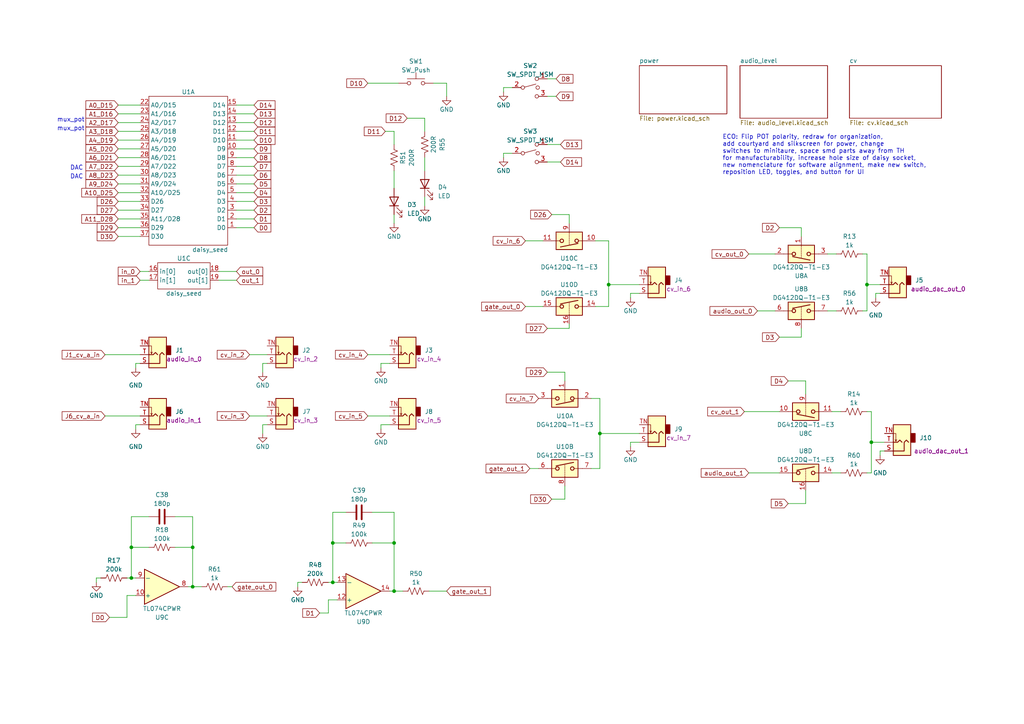
<source format=kicad_sch>
(kicad_sch (version 20230121) (generator eeschema)
  (paper "A4")
  (lib_symbols
    (symbol "Amplifier_Operational:TL074" (pin_names (offset 0.127))
      (property "Reference" "U" (at 0 5.08 0))
      (property "Value" "TL074" (at 0 -5.08 0))
      (symbol "TL074_1_1"
        (polyline (pts (xy -5.08 5.08) (xy 5.08 0) (xy -5.08 -5.08) (xy -5.08 5.08)) (stroke (width 0.254)) (fill (type background)))
        (pin output line (at 7.62 0 180) (length 2.54) (name "~") (number "1"))
        (pin input line (at -7.62 -2.54 0) (length 2.54) (name "-") (number "2"))
        (pin input line (at -7.62 2.54 0) (length 2.54) (name "+") (number "3"))
      )
      (symbol "TL074_2_1"
        (polyline (pts (xy -5.08 5.08) (xy 5.08 0) (xy -5.08 -5.08) (xy -5.08 5.08)) (stroke (width 0.254)) (fill (type background)))
        (pin input line (at -7.62 2.54 0) (length 2.54) (name "+") (number "5"))
        (pin input line (at -7.62 -2.54 0) (length 2.54) (name "-") (number "6"))
        (pin output line (at 7.62 0 180) (length 2.54) (name "~") (number "7"))
      )
      (symbol "TL074_3_1"
        (polyline (pts (xy -5.08 5.08) (xy 5.08 0) (xy -5.08 -5.08) (xy -5.08 5.08)) (stroke (width 0.254)) (fill (type background)))
        (pin input line (at -7.62 2.54 0) (length 2.54) (name "+") (number "10"))
        (pin output line (at 7.62 0 180) (length 2.54) (name "~") (number "8"))
        (pin input line (at -7.62 -2.54 0) (length 2.54) (name "-") (number "9"))
      )
      (symbol "TL074_4_1"
        (polyline (pts (xy -5.08 5.08) (xy 5.08 0) (xy -5.08 -5.08) (xy -5.08 5.08)) (stroke (width 0.254)) (fill (type background)))
        (pin input line (at -7.62 2.54 0) (length 2.54) (name "+") (number "12"))
        (pin input line (at -7.62 -2.54 0) (length 2.54) (name "-") (number "13"))
        (pin output line (at 7.62 0 180) (length 2.54) (name "~") (number "14"))
      )
      (symbol "TL074_5_1"
        (pin power_in line (at -2.54 -7.62 90) (length 3.81) (name "V-") (number "11"))
        (pin power_in line (at -2.54 7.62 270) (length 3.81) (name "V+") (number "4"))
      )
    )
    (symbol "Analog_Switch:DG412xUE" (pin_names (offset 0.254))
      (property "Reference" "U" (at -3.175 5.334 0))
      (property "Value" "DG412xUE" (at -3.175 3.556 0))
      (symbol "DG412xUE_1_1"
        (rectangle (start -3.81 2.54) (end 3.81 -2.54) (stroke (width 0.254)) (fill (type background)))
        (circle (center -2.159 0) (radius 0.508) (stroke (width 0.254)))
        (polyline (pts (xy -5.08 0) (xy -2.794 0)))
        (polyline (pts (xy -2.54 0.762) (xy 2.54 1.778)) (stroke (width 0.254)))
        (polyline (pts (xy 0 -2.54) (xy 0 -2.032)))
        (polyline (pts (xy 0 -1.778) (xy 0 -1.524)))
        (polyline (pts (xy 0 -1.27) (xy 0 -1.016)))
        (polyline (pts (xy 0 -0.762) (xy 0 -0.508)))
        (polyline (pts (xy 0 -0.254) (xy 0 0)))
        (polyline (pts (xy 0 0.254) (xy 0 0.508)))
        (polyline (pts (xy 0 0.762) (xy 0 1.016)))
        (polyline (pts (xy 5.08 0) (xy 2.794 0)))
        (circle (center 2.159 0) (radius 0.508) (stroke (width 0.254)))
        (pin input line (at 0 -5.08 90) (length 2.54) (name "~") (number "1"))
        (pin passive line (at -7.62 0 0) (length 2.54) (name "~") (number "2"))
        (pin passive line (at 7.62 0 180) (length 2.54) (name "~") (number "3"))
      )
      (symbol "DG412xUE_2_1"
        (rectangle (start -3.81 2.54) (end 3.81 -2.54) (stroke (width 0.254)) (fill (type background)))
        (circle (center -2.159 0) (radius 0.508) (stroke (width 0.254)))
        (polyline (pts (xy -5.08 0) (xy -2.794 0)))
        (polyline (pts (xy -2.54 0.762) (xy 2.54 1.778)) (stroke (width 0.254)))
        (polyline (pts (xy 0 -2.54) (xy 0 -2.032)))
        (polyline (pts (xy 0 -1.778) (xy 0 -1.524)))
        (polyline (pts (xy 0 -1.27) (xy 0 -1.016)))
        (polyline (pts (xy 0 -0.762) (xy 0 -0.508)))
        (polyline (pts (xy 0 -0.254) (xy 0 0)))
        (polyline (pts (xy 0 0.254) (xy 0 0.508)))
        (polyline (pts (xy 0 0.762) (xy 0 1.016)))
        (polyline (pts (xy 5.08 0) (xy 2.794 0)))
        (circle (center 2.159 0) (radius 0.508) (stroke (width 0.254)))
        (pin passive line (at -7.62 0 0) (length 2.54) (name "~") (number "6"))
        (pin passive line (at 7.62 0 180) (length 2.54) (name "~") (number "7"))
        (pin input line (at 0 -5.08 90) (length 2.54) (name "~") (number "8"))
      )
      (symbol "DG412xUE_3_1"
        (rectangle (start -3.81 2.54) (end 3.81 -2.54) (stroke (width 0.254)) (fill (type background)))
        (circle (center -2.159 0) (radius 0.508) (stroke (width 0.254)))
        (polyline (pts (xy -5.08 0) (xy -2.794 0)))
        (polyline (pts (xy -2.54 0.762) (xy 2.54 1.778)) (stroke (width 0.254)))
        (polyline (pts (xy 0 -2.54) (xy 0 -2.032)))
        (polyline (pts (xy 0 -1.778) (xy 0 -1.524)))
        (polyline (pts (xy 0 -1.27) (xy 0 -1.016)))
        (polyline (pts (xy 0 -0.762) (xy 0 -0.508)))
        (polyline (pts (xy 0 -0.254) (xy 0 0)))
        (polyline (pts (xy 0 0.254) (xy 0 0.508)))
        (polyline (pts (xy 0 0.762) (xy 0 1.016)))
        (polyline (pts (xy 5.08 0) (xy 2.794 0)))
        (circle (center 2.159 0) (radius 0.508) (stroke (width 0.254)))
        (pin passive line (at -7.62 0 0) (length 2.54) (name "~") (number "10"))
        (pin passive line (at 7.62 0 180) (length 2.54) (name "~") (number "11"))
        (pin input line (at 0 -5.08 90) (length 2.54) (name "~") (number "9"))
      )
      (symbol "DG412xUE_4_1"
        (rectangle (start -3.81 2.54) (end 3.81 -2.54) (stroke (width 0.254)) (fill (type background)))
        (circle (center -2.159 0) (radius 0.508) (stroke (width 0.254)))
        (polyline (pts (xy -5.08 0) (xy -2.794 0)))
        (polyline (pts (xy -2.54 0.762) (xy 2.54 1.778)) (stroke (width 0.254)))
        (polyline (pts (xy 0 -2.54) (xy 0 -2.032)))
        (polyline (pts (xy 0 -1.778) (xy 0 -1.524)))
        (polyline (pts (xy 0 -1.27) (xy 0 -1.016)))
        (polyline (pts (xy 0 -0.762) (xy 0 -0.508)))
        (polyline (pts (xy 0 -0.254) (xy 0 0)))
        (polyline (pts (xy 0 0.254) (xy 0 0.508)))
        (polyline (pts (xy 0 0.762) (xy 0 1.016)))
        (polyline (pts (xy 5.08 0) (xy 2.794 0)))
        (circle (center 2.159 0) (radius 0.508) (stroke (width 0.254)))
        (pin passive line (at 7.62 0 180) (length 2.54) (name "~") (number "14"))
        (pin passive line (at -7.62 0 0) (length 2.54) (name "~") (number "15"))
        (pin input line (at 0 -5.08 90) (length 2.54) (name "~") (number "16"))
      )
      (symbol "DG412xUE_5_0"
        (pin power_in line (at 2.54 12.7 270) (length 2.54) (name "VL") (number "12"))
        (pin power_in line (at 0 12.7 270) (length 2.54) (name "V+") (number "13"))
        (pin power_in line (at 2.54 -12.7 90) (length 2.54) (name "V-") (number "4"))
        (pin power_in line (at 0 -12.7 90) (length 2.54) (name "GND") (number "5"))
      )
      (symbol "DG412xUE_5_1"
        (rectangle (start -3.81 10.16) (end 6.35 -10.16) (stroke (width 0.254)) (fill (type background)))
      )
    )
    (symbol "Connector_Audio:AudioJack2_SwitchT"
      (property "Reference" "J" (at 0 8.89 0))
      (property "Value" "AudioJack2_SwitchT" (at 0 6.35 0))
      (symbol "AudioJack2_SwitchT_0_1"
        (rectangle (start -2.54 0) (end -3.81 -2.54) (stroke (width 0.254)) (fill (type outline)))
        (polyline (pts (xy 1.778 -0.254) (xy 2.032 -0.762)))
        (polyline (pts (xy 0 0) (xy 0.635 -0.635) (xy 1.27 0) (xy 2.54 0)) (stroke (width 0.254)))
        (polyline (pts (xy 2.54 -2.54) (xy 1.778 -2.54) (xy 1.778 -0.254) (xy 1.524 -0.762)))
        (polyline (pts (xy 2.54 2.54) (xy -0.635 2.54) (xy -0.635 0) (xy -1.27 -0.635) (xy -1.905 0)) (stroke (width 0.254)))
        (rectangle (start 2.54 3.81) (end -2.54 -5.08) (stroke (width 0.254)) (fill (type background)))
      )
      (symbol "AudioJack2_SwitchT_1_1"
        (pin passive line (at 5.08 2.54 180) (length 2.54) (name "~") (number "S"))
        (pin passive line (at 5.08 0 180) (length 2.54) (name "~") (number "T"))
        (pin passive line (at 5.08 -2.54 180) (length 2.54) (name "~") (number "TN"))
      )
    )
    (symbol "Device:C" (pin_numbers hide) (pin_names (offset 0.254))
      (property "Reference" "C" (at 0.635 2.54 0))
      (property "Value" "C" (at 0.635 -2.54 0))
      (symbol "C_0_1"
        (polyline (pts (xy -2.032 -0.762) (xy 2.032 -0.762)) (stroke (width 0.508)))
        (polyline (pts (xy -2.032 0.762) (xy 2.032 0.762)) (stroke (width 0.508)))
      )
      (symbol "C_1_1"
        (pin passive line (at 0 3.81 270) (length 2.794) (name "~") (number "1"))
        (pin passive line (at 0 -3.81 90) (length 2.794) (name "~") (number "2"))
      )
    )
    (symbol "Device:LED" (pin_numbers hide) (pin_names (offset 1.016) hide)
      (property "Reference" "D" (at 0 2.54 0))
      (property "Value" "LED" (at 0 -2.54 0))
      (symbol "LED_0_1"
        (polyline (pts (xy -1.27 -1.27) (xy -1.27 1.27)) (stroke (width 0.254)))
        (polyline (pts (xy -1.27 0) (xy 1.27 0)))
        (polyline (pts (xy 1.27 -1.27) (xy 1.27 1.27) (xy -1.27 0) (xy 1.27 -1.27)) (stroke (width 0.254)))
        (polyline (pts (xy -3.048 -0.762) (xy -4.572 -2.286) (xy -3.81 -2.286) (xy -4.572 -2.286) (xy -4.572 -1.524)))
        (polyline (pts (xy -1.778 -0.762) (xy -3.302 -2.286) (xy -2.54 -2.286) (xy -3.302 -2.286) (xy -3.302 -1.524)))
      )
      (symbol "LED_1_1"
        (pin passive line (at -3.81 0 0) (length 2.54) (name "K") (number "1"))
        (pin passive line (at 3.81 0 180) (length 2.54) (name "A") (number "2"))
      )
    )
    (symbol "Device:R_US" (pin_numbers hide) (pin_names (offset 0))
      (property "Reference" "R" (at 2.54 0 90))
      (property "Value" "R_US" (at -2.54 0 90))
      (symbol "R_US_0_1"
        (polyline (pts (xy 0 -2.286) (xy 0 -2.54)))
        (polyline (pts (xy 0 2.286) (xy 0 2.54)))
        (polyline (pts (xy 0 -0.762) (xy 1.016 -1.143) (xy 0 -1.524) (xy -1.016 -1.905) (xy 0 -2.286)))
        (polyline (pts (xy 0 0.762) (xy 1.016 0.381) (xy 0 0) (xy -1.016 -0.381) (xy 0 -0.762)))
        (polyline (pts (xy 0 2.286) (xy 1.016 1.905) (xy 0 1.524) (xy -1.016 1.143) (xy 0 0.762)))
      )
      (symbol "R_US_1_1"
        (pin passive line (at 0 3.81 270) (length 1.27) (name "~") (number "1"))
        (pin passive line (at 0 -3.81 90) (length 1.27) (name "~") (number "2"))
      )
    )
    (symbol "Switch:SW_Push" (pin_numbers hide) (pin_names (offset 1.016) hide)
      (property "Reference" "SW" (at 1.27 2.54 0))
      (property "Value" "SW_Push" (at 0 -1.524 0))
      (symbol "SW_Push_0_1"
        (circle (center -2.032 0) (radius 0.508))
        (polyline (pts (xy 0 1.27) (xy 0 3.048)))
        (polyline (pts (xy 2.54 1.27) (xy -2.54 1.27)))
        (circle (center 2.032 0) (radius 0.508))
        (pin passive line (at -5.08 0 0) (length 2.54) (name "1") (number "1"))
        (pin passive line (at 5.08 0 180) (length 2.54) (name "2") (number "2"))
      )
    )
    (symbol "Switch:SW_SPDT_MSM" (pin_names (offset 0) hide)
      (property "Reference" "SW" (at 0 5.08 0))
      (property "Value" "SW_SPDT_MSM" (at 0 -5.08 0))
      (symbol "SW_SPDT_MSM_0_0"
        (circle (center -2.032 0) (radius 0.508))
        (polyline (pts (xy -1.524 0.127) (xy 1.778 1.016)))
        (circle (center 2.032 -2.54) (radius 0.508))
      )
      (symbol "SW_SPDT_MSM_0_1"
        (circle (center 2.032 2.54) (radius 0.508))
        (circle (center 2.286 0) (radius 0.508))
      )
      (symbol "SW_SPDT_MSM_1_1"
        (pin passive line (at 5.08 2.54 180) (length 2.54) (name "1") (number "1"))
        (pin passive line (at -5.08 0 0) (length 2.54) (name "2") (number "2"))
        (pin passive line (at 5.08 -2.54 180) (length 2.54) (name "3") (number "3"))
      )
    )
    (symbol "daisy_seed_1"
      (property "Reference" "U" (at -6.35 1.27 0))
      (symbol "daisy_seed_1_1_1"
        (rectangle (start -11.43 0) (end -11.43 0))
        (rectangle (start -11.43 0) (end 11.43 -43.18))
        (pin input line (at 13.97 -38.1 180) (length 2.54) (name "D0") (number "1"))
        (pin input line (at 13.97 -15.24 180) (length 2.54) (name "D9") (number "10"))
        (pin input line (at 13.97 -12.7 180) (length 2.54) (name "D10") (number "11"))
        (pin input line (at 13.97 -10.16 180) (length 2.54) (name "D11") (number "12"))
        (pin input line (at 13.97 -7.62 180) (length 2.54) (name "D12") (number "13"))
        (pin input line (at 13.97 -5.08 180) (length 2.54) (name "D13") (number "14"))
        (pin input line (at 13.97 -2.54 180) (length 2.54) (name "D14") (number "15"))
        (pin input line (at 13.97 -35.56 180) (length 2.54) (name "D1") (number "2"))
        (pin bidirectional line (at -13.97 -2.54 0) (length 2.54) (name "A0/D15") (number "22"))
        (pin bidirectional line (at -13.97 -5.08 0) (length 2.54) (name "A1/D16") (number "23"))
        (pin bidirectional line (at -13.97 -7.62 0) (length 2.54) (name "A2/D17") (number "24"))
        (pin bidirectional line (at -13.97 -10.16 0) (length 2.54) (name "A3/D18") (number "25"))
        (pin bidirectional line (at -13.97 -12.7 0) (length 2.54) (name "A4/D19") (number "26"))
        (pin bidirectional line (at -13.97 -15.24 0) (length 2.54) (name "A5/D20") (number "27"))
        (pin bidirectional line (at -13.97 -17.78 0) (length 2.54) (name "A6/D21") (number "28"))
        (pin bidirectional line (at -13.97 -20.32 0) (length 2.54) (name "A7/D22") (number "29"))
        (pin input line (at 13.97 -33.02 180) (length 2.54) (name "D2") (number "3"))
        (pin bidirectional line (at -13.97 -22.86 0) (length 2.54) (name "A8/D23") (number "30"))
        (pin bidirectional line (at -13.97 -25.4 0) (length 2.54) (name "A9/D24") (number "31"))
        (pin bidirectional line (at -13.97 -27.94 0) (length 2.54) (name "A10/D25") (number "32"))
        (pin bidirectional line (at -13.97 -30.48 0) (length 2.54) (name "D26") (number "33"))
        (pin bidirectional line (at -13.97 -33.02 0) (length 2.54) (name "D27") (number "34"))
        (pin bidirectional line (at -13.97 -35.56 0) (length 2.54) (name "A11/D28") (number "35"))
        (pin bidirectional line (at -13.97 -38.1 0) (length 2.54) (name "D29") (number "36"))
        (pin bidirectional line (at -13.97 -40.64 0) (length 2.54) (name "D30") (number "37"))
        (pin input line (at 13.97 -30.48 180) (length 2.54) (name "D3") (number "4"))
        (pin input line (at 13.97 -27.94 180) (length 2.54) (name "D4") (number "5"))
        (pin input line (at 13.97 -25.4 180) (length 2.54) (name "D5") (number "6"))
        (pin input line (at 13.97 -22.86 180) (length 2.54) (name "D6") (number "7"))
        (pin input line (at 13.97 -20.32 180) (length 2.54) (name "D7") (number "8"))
        (pin input line (at 13.97 -17.78 180) (length 2.54) (name "D8") (number "9"))
      )
      (symbol "daisy_seed_1_2_1"
        (rectangle (start -10.16 0) (end 10.16 -12.7))
        (pin power_in line (at -12.7 -10.16 0) (length 2.54) (name "AGND") (number "20"))
        (pin power_out line (at 12.7 -8.89 180) (length 2.54) (name "3V3_Analog") (number "21"))
        (pin power_out line (at 12.7 -3.81 180) (length 2.54) (name "3V3_Digital") (number "38"))
        (pin power_in line (at -12.7 -2.54 0) (length 2.54) (name "VIN") (number "39"))
        (pin power_in line (at -12.7 -6.35 0) (length 2.54) (name "DGND") (number "40"))
      )
      (symbol "daisy_seed_1_3_1"
        (rectangle (start -7.62 0) (end 7.62 -7.62))
        (pin input line (at -10.16 -2.54 0) (length 2.54) (name "in[0]") (number "16"))
        (pin input line (at -10.16 -5.08 0) (length 2.54) (name "in[1]") (number "17"))
        (pin output line (at 10.16 -2.54 180) (length 2.54) (name "out[0]") (number "18"))
        (pin output line (at 10.16 -5.08 180) (length 2.54) (name "out[1]") (number "19"))
      )
    )
    (symbol "power:GND" (power) (pin_names (offset 0))
      (property "Value" "GND" (at 0 -3.81 0))
      (symbol "GND_0_1"
        (polyline (pts (xy 0 0) (xy 0 -1.27) (xy 1.27 -1.27) (xy 0 -2.54) (xy -1.27 -1.27) (xy 0 -1.27)))
      )
      (symbol "GND_1_1"
        (pin power_in line (at 0 0 270) (length 0) hide (name "GND") (number "1"))
      )
    )
    (symbol "synthesis:daisy_seed"
      (property "Reference" "U" (at -6.35 1.27 0))
      (symbol "daisy_seed_1_1"
        (rectangle (start -11.43 0) (end -11.43 0))
        (rectangle (start -11.43 0) (end 11.43 -43.18))
        (pin input line (at 13.97 -38.1 180) (length 2.54) (name "D0") (number "1"))
        (pin input line (at 13.97 -15.24 180) (length 2.54) (name "D9") (number "10"))
        (pin input line (at 13.97 -12.7 180) (length 2.54) (name "D10") (number "11"))
        (pin input line (at 13.97 -10.16 180) (length 2.54) (name "D11") (number "12"))
        (pin input line (at 13.97 -7.62 180) (length 2.54) (name "D12") (number "13"))
        (pin input line (at 13.97 -5.08 180) (length 2.54) (name "D13") (number "14"))
        (pin input line (at 13.97 -2.54 180) (length 2.54) (name "D14") (number "15"))
        (pin input line (at 13.97 -35.56 180) (length 2.54) (name "D1") (number "2"))
        (pin bidirectional line (at -13.97 -2.54 0) (length 2.54) (name "A0/D15") (number "22"))
        (pin bidirectional line (at -13.97 -5.08 0) (length 2.54) (name "A1/D16") (number "23"))
        (pin bidirectional line (at -13.97 -7.62 0) (length 2.54) (name "A2/D17") (number "24"))
        (pin bidirectional line (at -13.97 -10.16 0) (length 2.54) (name "A3/D18") (number "25"))
        (pin bidirectional line (at -13.97 -12.7 0) (length 2.54) (name "A4/D19") (number "26"))
        (pin bidirectional line (at -13.97 -15.24 0) (length 2.54) (name "A5/D20") (number "27"))
        (pin bidirectional line (at -13.97 -17.78 0) (length 2.54) (name "A6/D21") (number "28"))
        (pin bidirectional line (at -13.97 -20.32 0) (length 2.54) (name "A7/D22") (number "29"))
        (pin input line (at 13.97 -33.02 180) (length 2.54) (name "D2") (number "3"))
        (pin bidirectional line (at -13.97 -22.86 0) (length 2.54) (name "A8/D23") (number "30"))
        (pin bidirectional line (at -13.97 -25.4 0) (length 2.54) (name "A9/D24") (number "31"))
        (pin bidirectional line (at -13.97 -27.94 0) (length 2.54) (name "A10/D25") (number "32"))
        (pin bidirectional line (at -13.97 -30.48 0) (length 2.54) (name "D26") (number "33"))
        (pin bidirectional line (at -13.97 -33.02 0) (length 2.54) (name "D27") (number "34"))
        (pin bidirectional line (at -13.97 -35.56 0) (length 2.54) (name "A11/D28") (number "35"))
        (pin bidirectional line (at -13.97 -38.1 0) (length 2.54) (name "D29") (number "36"))
        (pin bidirectional line (at -13.97 -40.64 0) (length 2.54) (name "D30") (number "37"))
        (pin input line (at 13.97 -30.48 180) (length 2.54) (name "D3") (number "4"))
        (pin input line (at 13.97 -27.94 180) (length 2.54) (name "D4") (number "5"))
        (pin input line (at 13.97 -25.4 180) (length 2.54) (name "D5") (number "6"))
        (pin input line (at 13.97 -22.86 180) (length 2.54) (name "D6") (number "7"))
        (pin input line (at 13.97 -20.32 180) (length 2.54) (name "D7") (number "8"))
        (pin input line (at 13.97 -17.78 180) (length 2.54) (name "D8") (number "9"))
      )
      (symbol "daisy_seed_2_1"
        (rectangle (start -10.16 0) (end 10.16 -12.7))
        (pin power_in line (at -12.7 -10.16 0) (length 2.54) (name "AGND") (number "20"))
        (pin power_out line (at 12.7 -8.89 180) (length 2.54) (name "3V3_Analog") (number "21"))
        (pin power_out line (at 12.7 -3.81 180) (length 2.54) (name "3V3_Digital") (number "38"))
        (pin power_in line (at -12.7 -2.54 0) (length 2.54) (name "VIN") (number "39"))
        (pin power_in line (at -12.7 -6.35 0) (length 2.54) (name "DGND") (number "40"))
      )
      (symbol "daisy_seed_3_1"
        (rectangle (start -7.62 0) (end 7.62 -7.62))
        (pin input line (at -10.16 -2.54 0) (length 2.54) (name "in[0]") (number "16"))
        (pin input line (at -10.16 -5.08 0) (length 2.54) (name "in[1]") (number "17"))
        (pin output line (at 10.16 -2.54 180) (length 2.54) (name "out[0]") (number "18"))
        (pin output line (at 10.16 -5.08 180) (length 2.54) (name "out[1]") (number "19"))
      )
    )
  )
  (junction (at 252.73 128.27))
  (junction (at 38.1 158.75))
  (junction (at 96.52 157.48))
  (junction (at 251.46 82.55))
  (junction (at 173.99 125.73))
  (junction (at 114.3 171.45))
  (junction (at 38.1 167.64))
  (junction (at 55.88 170.18))
  (junction (at 55.88 158.75))
  (junction (at 176.53 82.55))
  (junction (at 114.3 157.48))
  (junction (at 96.52 168.91))
  (wire (pts (xy 252.73 128.27) (xy 256.54 128.27)))
  (wire (pts (xy 34.29 66.04) (xy 40.64 66.04)))
  (wire (pts (xy 38.1 149.86) (xy 38.1 158.75)))
  (wire (pts (xy 160.02 62.23) (xy 165.1 62.23)))
  (wire (pts (xy 55.88 158.75) (xy 55.88 170.18)))
  (wire (pts (xy 232.41 66.04) (xy 232.41 68.58)))
  (wire (pts (xy 34.29 40.64) (xy 40.64 40.64)))
  (wire (pts (xy 110.49 106.68) (xy 110.49 105.41)))
  (wire (pts (xy 55.88 149.86) (xy 55.88 158.75)))
  (wire (pts (xy 123.19 57.15) (xy 123.19 59.69)))
  (wire (pts (xy 39.37 105.41) (xy 40.64 105.41)))
  (wire (pts (xy 107.95 148.59) (xy 114.3 148.59)))
  (wire (pts (xy 38.1 167.64) (xy 38.1 158.75)))
  (wire (pts (xy 27.94 168.91) (xy 27.94 167.64)))
  (wire (pts (xy 68.58 33.02) (xy 73.66 33.02)))
  (wire (pts (xy 114.3 157.48) (xy 114.3 171.45)))
  (wire (pts (xy 255.27 132.08) (xy 255.27 130.81)))
  (wire (pts (xy 182.88 86.36) (xy 182.88 85.09)))
  (wire (pts (xy 55.88 170.18) (xy 58.42 170.18)))
  (wire (pts (xy 172.72 69.85) (xy 176.53 69.85)))
  (wire (pts (xy 76.2 125.73) (xy 76.2 123.19)))
  (wire (pts (xy 38.1 167.64) (xy 39.37 167.64)))
  (wire (pts (xy 232.41 97.79) (xy 232.41 95.25)))
  (wire (pts (xy 158.75 46.99) (xy 162.56 46.99)))
  (wire (pts (xy 63.5 78.74) (xy 68.58 78.74)))
  (wire (pts (xy 68.58 43.18) (xy 73.66 43.18)))
  (wire (pts (xy 34.29 58.42) (xy 40.64 58.42)))
  (wire (pts (xy 96.52 148.59) (xy 96.52 157.48)))
  (wire (pts (xy 163.83 107.95) (xy 163.83 110.49)))
  (wire (pts (xy 125.73 24.13) (xy 129.54 24.13)))
  (wire (pts (xy 34.29 55.88) (xy 40.64 55.88)))
  (wire (pts (xy 68.58 53.34) (xy 73.66 53.34)))
  (wire (pts (xy 68.58 35.56) (xy 73.66 35.56)))
  (wire (pts (xy 251.46 82.55) (xy 251.46 90.17)))
  (wire (pts (xy 158.75 22.86) (xy 161.29 22.86)))
  (wire (pts (xy 34.29 35.56) (xy 40.64 35.56)))
  (wire (pts (xy 124.46 171.45) (xy 129.54 171.45)))
  (wire (pts (xy 34.29 30.48) (xy 40.64 30.48)))
  (wire (pts (xy 228.6 110.49) (xy 233.68 110.49)))
  (wire (pts (xy 182.88 129.54) (xy 182.88 128.27)))
  (wire (pts (xy 111.76 38.1) (xy 114.3 38.1)))
  (wire (pts (xy 72.39 102.87) (xy 77.47 102.87)))
  (wire (pts (xy 250.19 90.17) (xy 251.46 90.17)))
  (wire (pts (xy 176.53 82.55) (xy 185.42 82.55)))
  (wire (pts (xy 176.53 88.9) (xy 176.53 82.55)))
  (wire (pts (xy 118.11 34.29) (xy 123.19 34.29)))
  (wire (pts (xy 68.58 66.04) (xy 73.66 66.04)))
  (wire (pts (xy 68.58 55.88) (xy 73.66 55.88)))
  (wire (pts (xy 106.68 120.65) (xy 113.03 120.65)))
  (wire (pts (xy 76.2 105.41) (xy 77.47 105.41)))
  (wire (pts (xy 106.68 102.87) (xy 113.03 102.87)))
  (wire (pts (xy 39.37 106.68) (xy 39.37 105.41)))
  (wire (pts (xy 34.29 60.96) (xy 40.64 60.96)))
  (wire (pts (xy 158.75 107.95) (xy 163.83 107.95)))
  (wire (pts (xy 68.58 63.5) (xy 73.66 63.5)))
  (wire (pts (xy 27.94 167.64) (xy 29.21 167.64)))
  (wire (pts (xy 160.02 144.78) (xy 163.83 144.78)))
  (wire (pts (xy 50.8 158.75) (xy 55.88 158.75)))
  (wire (pts (xy 165.1 62.23) (xy 165.1 64.77)))
  (wire (pts (xy 252.73 119.38) (xy 251.46 119.38)))
  (wire (pts (xy 86.36 170.18) (xy 86.36 168.91)))
  (wire (pts (xy 66.04 170.18) (xy 67.31 170.18)))
  (wire (pts (xy 95.25 173.99) (xy 95.25 177.8)))
  (wire (pts (xy 36.83 172.72) (xy 39.37 172.72)))
  (wire (pts (xy 100.33 148.59) (xy 96.52 148.59)))
  (wire (pts (xy 76.2 107.95) (xy 76.2 105.41)))
  (wire (pts (xy 34.29 48.26) (xy 40.64 48.26)))
  (wire (pts (xy 114.3 148.59) (xy 114.3 157.48)))
  (wire (pts (xy 114.3 171.45) (xy 116.84 171.45)))
  (wire (pts (xy 233.68 110.49) (xy 233.68 114.3)))
  (wire (pts (xy 38.1 158.75) (xy 43.18 158.75)))
  (wire (pts (xy 95.25 173.99) (xy 97.79 173.99)))
  (wire (pts (xy 182.88 85.09) (xy 185.42 85.09)))
  (wire (pts (xy 251.46 73.66) (xy 250.19 73.66)))
  (wire (pts (xy 107.95 157.48) (xy 114.3 157.48)))
  (wire (pts (xy 158.75 27.94) (xy 161.29 27.94)))
  (wire (pts (xy 173.99 125.73) (xy 185.42 125.73)))
  (wire (pts (xy 95.25 168.91) (xy 96.52 168.91)))
  (wire (pts (xy 72.39 120.65) (xy 77.47 120.65)))
  (wire (pts (xy 34.29 68.58) (xy 40.64 68.58)))
  (wire (pts (xy 251.46 137.16) (xy 252.73 137.16)))
  (wire (pts (xy 68.58 38.1) (xy 73.66 38.1)))
  (wire (pts (xy 30.48 120.65) (xy 40.64 120.65)))
  (wire (pts (xy 152.4 88.9) (xy 157.48 88.9)))
  (wire (pts (xy 152.4 69.85) (xy 157.48 69.85)))
  (wire (pts (xy 254 85.09) (xy 255.27 85.09)))
  (wire (pts (xy 240.03 90.17) (xy 242.57 90.17)))
  (wire (pts (xy 165.1 95.25) (xy 165.1 93.98)))
  (wire (pts (xy 68.58 58.42) (xy 73.66 58.42)))
  (wire (pts (xy 50.8 149.86) (xy 55.88 149.86)))
  (wire (pts (xy 34.29 53.34) (xy 40.64 53.34)))
  (wire (pts (xy 252.73 128.27) (xy 252.73 119.38)))
  (wire (pts (xy 217.17 137.16) (xy 226.06 137.16)))
  (wire (pts (xy 146.05 25.4) (xy 148.59 25.4)))
  (wire (pts (xy 34.29 63.5) (xy 40.64 63.5)))
  (wire (pts (xy 254 86.36) (xy 254 85.09)))
  (wire (pts (xy 163.83 144.78) (xy 163.83 140.97)))
  (wire (pts (xy 219.71 90.17) (xy 224.79 90.17)))
  (wire (pts (xy 92.71 177.8) (xy 95.25 177.8)))
  (wire (pts (xy 34.29 38.1) (xy 40.64 38.1)))
  (wire (pts (xy 171.45 135.89) (xy 173.99 135.89)))
  (wire (pts (xy 146.05 44.45) (xy 148.59 44.45)))
  (wire (pts (xy 173.99 125.73) (xy 173.99 135.89)))
  (wire (pts (xy 114.3 62.23) (xy 114.3 64.77)))
  (wire (pts (xy 110.49 124.46) (xy 110.49 123.19)))
  (wire (pts (xy 171.45 115.57) (xy 173.99 115.57)))
  (wire (pts (xy 251.46 82.55) (xy 251.46 73.66)))
  (wire (pts (xy 251.46 82.55) (xy 255.27 82.55)))
  (wire (pts (xy 100.33 157.48) (xy 96.52 157.48)))
  (wire (pts (xy 31.75 179.07) (xy 36.83 179.07)))
  (wire (pts (xy 241.3 137.16) (xy 243.84 137.16)))
  (wire (pts (xy 240.03 73.66) (xy 242.57 73.66)))
  (wire (pts (xy 114.3 38.1) (xy 114.3 41.91)))
  (wire (pts (xy 68.58 50.8) (xy 73.66 50.8)))
  (wire (pts (xy 68.58 48.26) (xy 73.66 48.26)))
  (wire (pts (xy 34.29 50.8) (xy 40.64 50.8)))
  (wire (pts (xy 96.52 157.48) (xy 96.52 168.91)))
  (wire (pts (xy 153.67 135.89) (xy 156.21 135.89)))
  (wire (pts (xy 36.83 172.72) (xy 36.83 179.07)))
  (wire (pts (xy 123.19 45.72) (xy 123.19 49.53)))
  (wire (pts (xy 158.75 41.91) (xy 162.56 41.91)))
  (wire (pts (xy 55.88 170.18) (xy 54.61 170.18)))
  (wire (pts (xy 182.88 128.27) (xy 185.42 128.27)))
  (wire (pts (xy 39.37 123.19) (xy 40.64 123.19)))
  (wire (pts (xy 76.2 123.19) (xy 77.47 123.19)))
  (wire (pts (xy 39.37 124.46) (xy 39.37 123.19)))
  (wire (pts (xy 217.17 73.66) (xy 224.79 73.66)))
  (wire (pts (xy 123.19 34.29) (xy 123.19 38.1)))
  (wire (pts (xy 110.49 123.19) (xy 113.03 123.19)))
  (wire (pts (xy 228.6 146.05) (xy 233.68 146.05)))
  (wire (pts (xy 30.48 102.87) (xy 40.64 102.87)))
  (wire (pts (xy 176.53 69.85) (xy 176.53 82.55)))
  (wire (pts (xy 215.9 119.38) (xy 226.06 119.38)))
  (wire (pts (xy 114.3 171.45) (xy 113.03 171.45)))
  (wire (pts (xy 255.27 130.81) (xy 256.54 130.81)))
  (wire (pts (xy 68.58 40.64) (xy 73.66 40.64)))
  (wire (pts (xy 34.29 45.72) (xy 40.64 45.72)))
  (wire (pts (xy 129.54 24.13) (xy 129.54 27.94)))
  (wire (pts (xy 241.3 119.38) (xy 243.84 119.38)))
  (wire (pts (xy 68.58 45.72) (xy 73.66 45.72)))
  (wire (pts (xy 114.3 49.53) (xy 114.3 54.61)))
  (wire (pts (xy 146.05 45.72) (xy 146.05 44.45)))
  (wire (pts (xy 233.68 146.05) (xy 233.68 142.24)))
  (wire (pts (xy 96.52 168.91) (xy 97.79 168.91)))
  (wire (pts (xy 40.64 81.28) (xy 43.18 81.28)))
  (wire (pts (xy 63.5 81.28) (xy 68.58 81.28)))
  (wire (pts (xy 106.68 24.13) (xy 115.57 24.13)))
  (wire (pts (xy 158.75 95.25) (xy 165.1 95.25)))
  (wire (pts (xy 252.73 137.16) (xy 252.73 128.27)))
  (wire (pts (xy 172.72 88.9) (xy 176.53 88.9)))
  (wire (pts (xy 34.29 33.02) (xy 40.64 33.02)))
  (wire (pts (xy 43.18 149.86) (xy 38.1 149.86)))
  (wire (pts (xy 146.05 26.67) (xy 146.05 25.4)))
  (wire (pts (xy 226.06 97.79) (xy 232.41 97.79)))
  (wire (pts (xy 36.83 167.64) (xy 38.1 167.64)))
  (wire (pts (xy 86.36 168.91) (xy 87.63 168.91)))
  (wire (pts (xy 68.58 60.96) (xy 73.66 60.96)))
  (wire (pts (xy 226.06 66.04) (xy 232.41 66.04)))
  (wire (pts (xy 173.99 115.57) (xy 173.99 125.73)))
  (wire (pts (xy 34.29 43.18) (xy 40.64 43.18)))
  (wire (pts (xy 40.64 78.74) (xy 43.18 78.74)))
  (wire (pts (xy 68.58 30.48) (xy 73.66 30.48)))
  (wire (pts (xy 110.49 105.41) (xy 113.03 105.41)))
  (text "ECO: Flip POT polarity, redraw for organization, \nadd courtyard and silkscreen for power, change \nswitches to minitaure, space smd parts away from TH \nfor manufacturability, increase hole size of daisy socket,\nnew nomenclature for software alignment, make new switch,\nreposition LED, toggles, and button for UI" (at 209.55 50.8 0) (effects (font (size 1.27 1.27)) (justify left bottom)))
  (text "DAC" (at 20.32 49.53 0) (effects (font (size 1.27 1.27)) (justify left bottom)))
  (text "mux_pot" (at 16.51 35.56 0) (effects (font (size 1.27 1.27)) (justify left bottom)))
  (text "DAC" (at 20.32 52.07 0) (effects (font (size 1.27 1.27)) (justify left bottom)))
  (text "mux_pot" (at 16.51 38.1 0) (effects (font (size 1.27 1.27)) (justify left bottom)))
  (global_label "D12" (shape input) (at 73.66 35.56 0) (property "Intersheetrefs" "${INTERSHEET_REFS}" (effects hide)))
  (global_label "D2" (shape input) (at 73.66 60.96 0) (property "Intersheetrefs" "${INTERSHEET_REFS}" (effects hide)))
  (global_label "gate_out_0" (shape input) (at 152.4 88.9 180) (property "Intersheetrefs" "${INTERSHEET_REFS}" (effects hide)))
  (global_label "D0" (shape input) (at 31.75 179.07 180) (property "Intersheetrefs" "${INTERSHEET_REFS}" (effects hide)))
  (global_label "A8_D23" (shape input) (at 34.29 50.8 180) (property "Intersheetrefs" "${INTERSHEET_REFS}" (effects hide)))
  (global_label "D2" (shape input) (at 226.06 66.04 180) (property "Intersheetrefs" "${INTERSHEET_REFS}" (effects hide)))
  (global_label "A7_D22" (shape input) (at 34.29 48.26 180) (property "Intersheetrefs" "${INTERSHEET_REFS}" (effects hide)))
  (global_label "gate_out_0" (shape input) (at 67.31 170.18 0) (property "Intersheetrefs" "${INTERSHEET_REFS}" (effects hide)))
  (global_label "in_1" (shape input) (at 40.64 81.28 180) (property "Intersheetrefs" "${INTERSHEET_REFS}" (effects hide)))
  (global_label "cv_out_0" (shape input) (at 217.17 73.66 180) (property "Intersheetrefs" "${INTERSHEET_REFS}" (effects hide)))
  (global_label "D8" (shape input) (at 161.29 22.86 0) (property "Intersheetrefs" "${INTERSHEET_REFS}" (effects hide)))
  (global_label "D1" (shape input) (at 73.66 63.5 0) (property "Intersheetrefs" "${INTERSHEET_REFS}" (effects hide)))
  (global_label "D9" (shape input) (at 161.29 27.94 0) (property "Intersheetrefs" "${INTERSHEET_REFS}" (effects hide)))
  (global_label "cv_in_7" (shape input) (at 156.21 115.57 180) (property "Intersheetrefs" "${INTERSHEET_REFS}" (effects hide)))
  (global_label "gate_out_1" (shape input) (at 153.67 135.89 180) (property "Intersheetrefs" "${INTERSHEET_REFS}" (effects hide)))
  (global_label "D9" (shape input) (at 73.66 43.18 0) (property "Intersheetrefs" "${INTERSHEET_REFS}" (effects hide)))
  (global_label "J1_cv_a_in" (shape input) (at 30.48 102.87 180) (property "Intersheetrefs" "${INTERSHEET_REFS}" (effects hide)))
  (global_label "D4" (shape input) (at 228.6 110.49 180) (property "Intersheetrefs" "${INTERSHEET_REFS}" (effects hide)))
  (global_label "A0_D15" (shape input) (at 34.29 30.48 180) (property "Intersheetrefs" "${INTERSHEET_REFS}" (effects hide)))
  (global_label "D0" (shape input) (at 73.66 66.04 0) (property "Intersheetrefs" "${INTERSHEET_REFS}" (effects hide)))
  (global_label "cv_out_1" (shape input) (at 215.9 119.38 180) (property "Intersheetrefs" "${INTERSHEET_REFS}" (effects hide)))
  (global_label "A10_D25" (shape input) (at 34.29 55.88 180) (property "Intersheetrefs" "${INTERSHEET_REFS}" (effects hide)))
  (global_label "out_0" (shape input) (at 68.58 78.74 0) (property "Intersheetrefs" "${INTERSHEET_REFS}" (effects hide)))
  (global_label "D29" (shape input) (at 34.29 66.04 180) (property "Intersheetrefs" "${INTERSHEET_REFS}" (effects hide)))
  (global_label "D29" (shape input) (at 158.75 107.95 180) (property "Intersheetrefs" "${INTERSHEET_REFS}" (effects hide)))
  (global_label "D26" (shape input) (at 34.29 58.42 180) (property "Intersheetrefs" "${INTERSHEET_REFS}" (effects hide)))
  (global_label "in_0" (shape input) (at 40.64 78.74 180) (property "Intersheetrefs" "${INTERSHEET_REFS}" (effects hide)))
  (global_label "cv_in_2" (shape input) (at 72.39 102.87 180) (property "Intersheetrefs" "${INTERSHEET_REFS}" (effects hide)))
  (global_label "D6" (shape input) (at 73.66 50.8 0) (property "Intersheetrefs" "${INTERSHEET_REFS}" (effects hide)))
  (global_label "D5" (shape input) (at 228.6 146.05 180) (property "Intersheetrefs" "${INTERSHEET_REFS}" (effects hide)))
  (global_label "cv_in_4" (shape input) (at 106.68 102.87 180) (property "Intersheetrefs" "${INTERSHEET_REFS}" (effects hide)))
  (global_label "cv_in_3" (shape input) (at 72.39 120.65 180) (property "Intersheetrefs" "${INTERSHEET_REFS}" (effects hide)))
  (global_label "D12" (shape input) (at 118.11 34.29 180) (property "Intersheetrefs" "${INTERSHEET_REFS}" (effects hide)))
  (global_label "D13" (shape input) (at 162.56 41.91 0) (property "Intersheetrefs" "${INTERSHEET_REFS}" (effects hide)))
  (global_label "A9_D24" (shape input) (at 34.29 53.34 180) (property "Intersheetrefs" "${INTERSHEET_REFS}" (effects hide)))
  (global_label "gate_out_1" (shape input) (at 129.54 171.45 0) (property "Intersheetrefs" "${INTERSHEET_REFS}" (effects hide)))
  (global_label "out_1" (shape input) (at 68.58 81.28 0) (property "Intersheetrefs" "${INTERSHEET_REFS}" (effects hide)))
  (global_label "A6_D21" (shape input) (at 34.29 45.72 180) (property "Intersheetrefs" "${INTERSHEET_REFS}" (effects hide)))
  (global_label "A5_D20" (shape input) (at 34.29 43.18 180) (property "Intersheetrefs" "${INTERSHEET_REFS}" (effects hide)))
  (global_label "cv_in_5" (shape input) (at 106.68 120.65 180) (property "Intersheetrefs" "${INTERSHEET_REFS}" (effects hide)))
  (global_label "J6_cv_a_in" (shape input) (at 30.48 120.65 180) (property "Intersheetrefs" "${INTERSHEET_REFS}" (effects hide)))
  (global_label "D11" (shape input) (at 111.76 38.1 180) (property "Intersheetrefs" "${INTERSHEET_REFS}" (effects hide)))
  (global_label "D27" (shape input) (at 158.75 95.25 180) (property "Intersheetrefs" "${INTERSHEET_REFS}" (effects hide)))
  (global_label "D27" (shape input) (at 34.29 60.96 180) (property "Intersheetrefs" "${INTERSHEET_REFS}" (effects hide)))
  (global_label "audio_out_0" (shape input) (at 219.71 90.17 180) (property "Intersheetrefs" "${INTERSHEET_REFS}" (effects hide)))
  (global_label "A11_D28" (shape input) (at 34.29 63.5 180) (property "Intersheetrefs" "${INTERSHEET_REFS}" (effects hide)))
  (global_label "D3" (shape input) (at 73.66 58.42 0) (property "Intersheetrefs" "${INTERSHEET_REFS}" (effects hide)))
  (global_label "cv_in_6" (shape input) (at 152.4 69.85 180) (property "Intersheetrefs" "${INTERSHEET_REFS}" (effects hide)))
  (global_label "A3_D18" (shape input) (at 34.29 38.1 180) (property "Intersheetrefs" "${INTERSHEET_REFS}" (effects hide)))
  (global_label "A4_D19" (shape input) (at 34.29 40.64 180) (property "Intersheetrefs" "${INTERSHEET_REFS}" (effects hide)))
  (global_label "A1_D16" (shape input) (at 34.29 33.02 180) (property "Intersheetrefs" "${INTERSHEET_REFS}" (effects hide)))
  (global_label "D8" (shape input) (at 73.66 45.72 0) (property "Intersheetrefs" "${INTERSHEET_REFS}" (effects hide)))
  (global_label "D7" (shape input) (at 73.66 48.26 0) (property "Intersheetrefs" "${INTERSHEET_REFS}" (effects hide)))
  (global_label "D26" (shape input) (at 160.02 62.23 180) (property "Intersheetrefs" "${INTERSHEET_REFS}" (effects hide)))
  (global_label "D5" (shape input) (at 73.66 53.34 0) (property "Intersheetrefs" "${INTERSHEET_REFS}" (effects hide)))
  (global_label "D14" (shape input) (at 162.56 46.99 0) (property "Intersheetrefs" "${INTERSHEET_REFS}" (effects hide)))
  (global_label "D30" (shape input) (at 160.02 144.78 180) (property "Intersheetrefs" "${INTERSHEET_REFS}" (effects hide)))
  (global_label "audio_out_1" (shape input) (at 217.17 137.16 180) (property "Intersheetrefs" "${INTERSHEET_REFS}" (effects hide)))
  (global_label "D3" (shape input) (at 226.06 97.79 180) (property "Intersheetrefs" "${INTERSHEET_REFS}" (effects hide)))
  (global_label "A2_D17" (shape input) (at 34.29 35.56 180) (property "Intersheetrefs" "${INTERSHEET_REFS}" (effects hide)))
  (global_label "D30" (shape input) (at 34.29 68.58 180) (property "Intersheetrefs" "${INTERSHEET_REFS}" (effects hide)))
  (global_label "D1" (shape input) (at 92.71 177.8 180) (property "Intersheetrefs" "${INTERSHEET_REFS}" (effects hide)))
  (global_label "D10" (shape input) (at 106.68 24.13 180) (property "Intersheetrefs" "${INTERSHEET_REFS}" (effects hide)))
  (global_label "D14" (shape input) (at 73.66 30.48 0) (property "Intersheetrefs" "${INTERSHEET_REFS}" (effects hide)))
  (global_label "D13" (shape input) (at 73.66 33.02 0) (property "Intersheetrefs" "${INTERSHEET_REFS}" (effects hide)))
  (global_label "D4" (shape input) (at 73.66 55.88 0) (property "Intersheetrefs" "${INTERSHEET_REFS}" (effects hide)))
  (global_label "D11" (shape input) (at 73.66 38.1 0) (property "Intersheetrefs" "${INTERSHEET_REFS}" (effects hide)))
  (global_label "D10" (shape input) (at 73.66 40.64 0) (property "Intersheetrefs" "${INTERSHEET_REFS}" (effects hide)))
  (symbol (lib_id "Analog_Switch:DG412xUE") (at 165.1 88.9 0) (unit 4)
    (property "Reference" "U10" (at 165.1 82.55 0))
    (property "Value" "DG412DQ-T1-E3" (at 165.1 85.09 0))
    (property "Footprint" "Package_SO:TSSOP-16_4.4x5mm_P0.65mm" (effects hide))
    (property "Datasheet" "https://datasheets.maximintegrated.com/en/ds/DG411-DG413.pdf" (effects hide))
  )
  (symbol (lib_id "Connector_Audio:AudioJack2_SwitchT") (at 118.11 102.87 180) (unit 1)
    (property "Reference" "J3" (at 123.19 101.6 0) (effects (justify right)))
    (property "Value" "thonkiconn" (effects hide))
    (property "Footprint" "synthesis:thonkiconn" (effects hide))
    (property "Signal" "cv_in_4" (at 124.46 104.14 0))
  )
  (symbol (lib_id "Connector_Audio:AudioJack2_SwitchT") (at 45.72 102.87 180) (unit 1)
    (property "Reference" "J1" (at 52.07 101.6 0))
    (property "Value" "thonkiconn" (effects hide))
    (property "Footprint" "synthesis:thonkiconn" (effects hide))
    (property "Signal" "audio_in_0" (at 48.26 104.14 0) (effects (justify right)))
  )
  (symbol (lib_id "Device:R_US") (at 123.19 41.91 0) (mirror x) (unit 1)
    (property "Reference" "R55" (at 128.27 41.91 90))
    (property "Value" "200R" (at 125.73 41.91 90))
    (property "Footprint" "Resistor_SMD:R_0603_1608Metric" (effects hide))
  )
  (symbol (lib_id "power:GND") (at 182.88 86.36 0) (unit 1)
    (property "Reference" "#PWR057" (effects hide))
    (property "Value" "GND" (at 182.88 90.17 0))
  )
  (symbol (lib_id "Device:R_US") (at 246.38 73.66 90) (unit 1)
    (property "Reference" "R13" (at 246.38 68.58 90))
    (property "Value" "1k" (at 246.38 71.12 90))
    (property "Footprint" "Capacitor_SMD:C_1210_3225Metric" (effects hide))
  )
  (symbol (lib_id "power:GND") (at 76.2 107.95 0) (unit 1)
    (property "Reference" "#PWR063" (effects hide))
    (property "Value" "GND" (at 76.2 111.76 0))
  )
  (symbol (lib_id "Device:R_US") (at 246.38 90.17 90) (unit 1)
    (property "Reference" "R56" (at 246.38 85.09 90))
    (property "Value" "1k" (at 246.38 87.63 90))
    (property "Footprint" "Capacitor_SMD:C_1210_3225Metric" (effects hide))
  )
  (symbol (lib_name "daisy_seed_1") (lib_id "synthesis:daisy_seed") (at 54.61 27.94 0) (unit 1)
    (property "Reference" "U1" (at 54.61 26.67 0))
    (property "Value" "daisy_seed" (at 60.96 72.39 0))
    (property "Footprint" "synthesis:daisy_seed" (effects hide))
  )
  (symbol (lib_id "Connector_Audio:AudioJack2_SwitchT") (at 261.62 128.27 180) (unit 1)
    (property "Reference" "J10" (at 266.7 127 0) (effects (justify right)))
    (property "Value" "thonkiconn" (effects hide))
    (property "Footprint" "synthesis:thonkiconn" (effects hide))
    (property "Signal" "audio_dac_out_1" (at 273.05 130.81 0))
  )
  (symbol (lib_id "Connector_Audio:AudioJack2_SwitchT") (at 260.35 82.55 180) (unit 1)
    (property "Reference" "J5" (at 265.43 81.28 0) (effects (justify right)))
    (property "Value" "thonkiconn" (effects hide))
    (property "Footprint" "synthesis:thonkiconn" (effects hide))
    (property "Signal" "audio_dac_out_0" (at 264.16 83.82 0) (effects (justify right)))
  )
  (symbol (lib_id "Analog_Switch:DG412xUE") (at 163.83 115.57 180) (unit 1)
    (property "Reference" "U10" (at 163.83 120.65 0))
    (property "Value" "DG412DQ-T1-E3" (at 163.83 123.19 0))
    (property "Footprint" "Package_SO:TSSOP-16_4.4x5mm_P0.65mm" (effects hide))
    (property "Datasheet" "https://datasheets.maximintegrated.com/en/ds/DG411-DG413.pdf" (effects hide))
  )
  (symbol (lib_id "power:GND") (at 123.19 59.69 0) (unit 1)
    (property "Reference" "#PWR0107" (effects hide))
    (property "Value" "GND" (at 123.19 63.5 0))
  )
  (symbol (lib_id "Analog_Switch:DG412xUE") (at 233.68 137.16 0) (unit 4)
    (property "Reference" "U8" (at 233.68 130.81 0))
    (property "Value" "DG412DQ-T1-E3" (at 233.68 133.35 0))
    (property "Footprint" "Package_SO:TSSOP-16_4.4x5mm_P0.65mm" (effects hide))
    (property "Datasheet" "https://datasheets.maximintegrated.com/en/ds/DG411-DG413.pdf" (effects hide))
  )
  (symbol (lib_id "Switch:SW_SPDT_MSM") (at 153.67 25.4 0) (unit 1)
    (property "Reference" "SW2" (at 153.797 19.05 0))
    (property "Value" "SW_SPDT_MSM" (at 153.797 21.59 0))
    (property "Footprint" "synthesis:subminiature_toggle_spdt_mom" (effects hide))
  )
  (symbol (lib_id "Device:R_US") (at 247.65 119.38 90) (unit 1)
    (property "Reference" "R14" (at 247.65 114.3 90))
    (property "Value" "1k" (at 247.65 116.84 90))
    (property "Footprint" "Capacitor_SMD:C_1210_3225Metric" (effects hide))
  )
  (symbol (lib_id "Device:C") (at 46.99 149.86 270) (unit 1)
    (property "Reference" "C38" (at 46.99 143.51 90))
    (property "Value" "180p" (at 46.99 146.05 90))
    (property "Footprint" "Capacitor_SMD:C_0603_1608Metric" (effects hide))
  )
  (symbol (lib_id "Switch:SW_Push") (at 120.65 24.13 0) (unit 1)
    (property "Reference" "SW1" (at 120.65 17.78 0))
    (property "Value" "SW_Push" (at 120.65 20.32 0))
    (property "Footprint" "Button_Switch_THT:SW_TH_Tactile_Omron_B3F-10xx" (effects hide))
  )
  (symbol (lib_id "Device:R_US") (at 33.02 167.64 90) (unit 1)
    (property "Reference" "R17" (at 33.02 162.56 90))
    (property "Value" "200k" (at 33.02 165.1 90))
    (property "Footprint" "Resistor_SMD:R_0603_1608Metric" (effects hide))
  )
  (symbol (lib_id "power:GND") (at 146.05 45.72 0) (unit 1)
    (property "Reference" "#PWR08" (effects hide))
    (property "Value" "GND" (at 146.05 49.53 0))
  )
  (symbol (lib_id "power:GND") (at 39.37 124.46 0) (unit 1)
    (property "Reference" "#PWR031" (effects hide))
    (property "Value" "GND" (at 39.37 129.54 0))
  )
  (symbol (lib_id "Amplifier_Operational:TL074") (at 105.41 171.45 0) (mirror x) (unit 4)
    (property "Reference" "U9" (at 105.41 180.34 0))
    (property "Value" "TL074CPWR" (at 105.41 177.8 0))
    (property "Footprint" "Package_SO:TSSOP-14_4.4x5mm_P0.65mm" (effects hide))
    (property "Datasheet" "http://www.ti.com/lit/ds/symlink/tl071.pdf" (effects hide))
  )
  (symbol (lib_id "Device:R_US") (at 247.65 137.16 90) (unit 1)
    (property "Reference" "R60" (at 247.65 132.08 90))
    (property "Value" "1k" (at 247.65 134.62 90))
    (property "Footprint" "Capacitor_SMD:C_1210_3225Metric" (effects hide))
  )
  (symbol (lib_id "Device:R_US") (at 62.23 170.18 90) (unit 1)
    (property "Reference" "R61" (at 62.23 165.1 90))
    (property "Value" "1k" (at 62.23 167.64 90))
    (property "Footprint" "Capacitor_SMD:C_1210_3225Metric" (effects hide))
  )
  (symbol (lib_id "Connector_Audio:AudioJack2_SwitchT") (at 190.5 82.55 180) (unit 1)
    (property "Reference" "J4" (at 195.58 81.28 0) (effects (justify right)))
    (property "Value" "thonkiconn" (effects hide))
    (property "Footprint" "synthesis:thonkiconn" (effects hide))
    (property "Signal" "cv_in_6" (at 196.85 83.82 0))
  )
  (symbol (lib_id "Device:C") (at 104.14 148.59 270) (unit 1)
    (property "Reference" "C39" (at 104.14 142.24 90))
    (property "Value" "180p" (at 104.14 144.78 90))
    (property "Footprint" "Capacitor_SMD:C_0603_1608Metric" (effects hide))
  )
  (symbol (lib_id "Connector_Audio:AudioJack2_SwitchT") (at 45.72 120.65 180) (unit 1)
    (property "Reference" "J6" (at 52.07 119.38 0))
    (property "Value" "thonkiconn" (effects hide))
    (property "Footprint" "synthesis:thonkiconn" (effects hide))
    (property "Signal" "audio_in_1" (at 48.26 121.92 0) (effects (justify right)))
  )
  (symbol (lib_id "Analog_Switch:DG412xUE") (at 163.83 135.89 0) (unit 2)
    (property "Reference" "U10" (at 163.83 129.54 0))
    (property "Value" "DG412DQ-T1-E3" (at 163.83 132.08 0))
    (property "Footprint" "Package_SO:TSSOP-16_4.4x5mm_P0.65mm" (effects hide))
    (property "Datasheet" "https://datasheets.maximintegrated.com/en/ds/DG411-DG413.pdf" (effects hide))
  )
  (symbol (lib_id "power:GND") (at 254 86.36 0) (unit 1)
    (property "Reference" "#PWR032" (effects hide))
    (property "Value" "GND" (at 254 91.44 0))
  )
  (symbol (lib_id "power:GND") (at 129.54 27.94 0) (unit 1)
    (property "Reference" "#PWR0112" (effects hide))
    (property "Value" "GND" (at 129.54 31.75 0))
  )
  (symbol (lib_id "Connector_Audio:AudioJack2_SwitchT") (at 118.11 120.65 180) (unit 1)
    (property "Reference" "J8" (at 123.19 119.38 0) (effects (justify right)))
    (property "Value" "thonkiconn" (effects hide))
    (property "Footprint" "synthesis:thonkiconn" (effects hide))
    (property "Signal" "cv_in_5" (at 124.46 121.92 0))
  )
  (symbol (lib_id "Connector_Audio:AudioJack2_SwitchT") (at 190.5 125.73 180) (unit 1)
    (property "Reference" "J9" (at 195.58 124.46 0) (effects (justify right)))
    (property "Value" "thonkiconn" (effects hide))
    (property "Footprint" "synthesis:thonkiconn" (effects hide))
    (property "Signal" "cv_in_7" (at 196.85 127 0))
  )
  (symbol (lib_id "power:GND") (at 110.49 124.46 0) (unit 1)
    (property "Reference" "#PWR064" (effects hide))
    (property "Value" "GND" (at 110.49 128.27 0))
  )
  (symbol (lib_id "Device:LED") (at 114.3 58.42 90) (unit 1)
    (property "Reference" "D3" (at 118.11 59.3725 90) (effects (justify right)))
    (property "Value" "LED" (at 118.11 61.9125 90) (effects (justify right)))
    (property "Footprint" "LED_THT:LED_D3.0mm" (effects hide))
  )
  (symbol (lib_id "Device:LED") (at 123.19 53.34 90) (unit 1)
    (property "Reference" "D4" (at 127 54.2925 90) (effects (justify right)))
    (property "Value" "LED" (at 127 56.8325 90) (effects (justify right)))
    (property "Footprint" "LED_THT:LED_D3.0mm" (effects hide))
  )
  (symbol (lib_id "power:GND") (at 86.36 170.18 0) (unit 1)
    (property "Reference" "#PWR0104" (effects hide))
    (property "Value" "GND" (at 86.36 173.99 0))
  )
  (symbol (lib_id "synthesis:daisy_seed") (at 53.34 76.2 0) (unit 3)
    (property "Reference" "U1" (at 53.34 74.93 0))
    (property "Value" "daisy_seed" (at 53.34 85.09 0))
    (property "Footprint" "synthesis:daisy_seed" (effects hide))
  )
  (symbol (lib_id "Connector_Audio:AudioJack2_SwitchT") (at 82.55 102.87 180) (unit 1)
    (property "Reference" "J2" (at 87.63 101.6 0) (effects (justify right)))
    (property "Value" "thonkiconn" (effects hide))
    (property "Footprint" "synthesis:thonkiconn" (effects hide))
    (property "Signal" "cv_in_2" (at 85.09 104.14 0) (effects (justify right)))
  )
  (symbol (lib_id "Analog_Switch:DG412xUE") (at 165.1 69.85 180) (unit 3)
    (property "Reference" "U10" (at 165.1 74.93 0))
    (property "Value" "DG412DQ-T1-E3" (at 165.1 77.47 0))
    (property "Footprint" "Package_SO:TSSOP-16_4.4x5mm_P0.65mm" (effects hide))
    (property "Datasheet" "https://datasheets.maximintegrated.com/en/ds/DG411-DG413.pdf" (effects hide))
  )
  (symbol (lib_id "Device:R_US") (at 120.65 171.45 90) (unit 1)
    (property "Reference" "R50" (at 120.65 166.37 90))
    (property "Value" "1k" (at 120.65 168.91 90))
    (property "Footprint" "Capacitor_SMD:C_1210_3225Metric" (effects hide))
  )
  (symbol (lib_id "power:GND") (at 39.37 106.68 0) (unit 1)
    (property "Reference" "#PWR029" (effects hide))
    (property "Value" "GND" (at 39.37 111.76 0))
  )
  (symbol (lib_id "Amplifier_Operational:TL074") (at 46.99 170.18 0) (mirror x) (unit 3)
    (property "Reference" "U9" (at 46.99 179.07 0))
    (property "Value" "TL074CPWR" (at 46.99 176.53 0))
    (property "Footprint" "Package_SO:TSSOP-14_4.4x5mm_P0.65mm" (effects hide))
    (property "Datasheet" "http://www.ti.com/lit/ds/symlink/tl071.pdf" (effects hide))
  )
  (symbol (lib_id "Device:R_US") (at 114.3 45.72 180) (unit 1)
    (property "Reference" "R51" (at 116.84 45.72 90))
    (property "Value" "200R" (at 119.38 45.72 90))
    (property "Footprint" "Resistor_SMD:R_0603_1608Metric" (effects hide))
  )
  (symbol (lib_id "power:GND") (at 27.94 168.91 0) (unit 1)
    (property "Reference" "#PWR0103" (effects hide))
    (property "Value" "GND" (at 27.94 172.72 0))
  )
  (symbol (lib_id "power:GND") (at 146.05 26.67 0) (unit 1)
    (property "Reference" "#PWR0105" (effects hide))
    (property "Value" "GND" (at 146.05 30.48 0))
  )
  (symbol (lib_id "power:GND") (at 182.88 129.54 0) (unit 1)
    (property "Reference" "#PWR056" (effects hide))
    (property "Value" "GND" (at 182.88 133.35 0))
  )
  (symbol (lib_id "Device:R_US") (at 91.44 168.91 90) (unit 1)
    (property "Reference" "R48" (at 91.44 163.83 90))
    (property "Value" "200k" (at 91.44 166.37 90))
    (property "Footprint" "Resistor_SMD:R_0603_1608Metric" (effects hide))
  )
  (symbol (lib_id "Analog_Switch:DG412xUE") (at 232.41 73.66 0) (mirror x) (unit 1)
    (property "Reference" "U8" (at 232.41 80.01 0))
    (property "Value" "DG412DQ-T1-E3" (at 232.41 77.47 0))
    (property "Footprint" "Package_SO:TSSOP-16_4.4x5mm_P0.65mm" (effects hide))
    (property "Datasheet" "https://datasheets.maximintegrated.com/en/ds/DG411-DG413.pdf" (effects hide))
  )
  (symbol (lib_id "Device:R_US") (at 104.14 157.48 90) (unit 1)
    (property "Reference" "R49" (at 104.14 152.4 90))
    (property "Value" "100k" (at 104.14 154.94 90))
    (property "Footprint" "Resistor_SMD:R_0603_1608Metric" (effects hide))
  )
  (symbol (lib_id "Connector_Audio:AudioJack2_SwitchT") (at 82.55 120.65 180) (unit 1)
    (property "Reference" "J7" (at 88.9 119.38 0))
    (property "Value" "thonkiconn" (effects hide))
    (property "Footprint" "synthesis:thonkiconn" (effects hide))
    (property "Signal" "cv_in_3" (at 85.09 121.92 0) (effects (justify right)))
  )
  (symbol (lib_id "Analog_Switch:DG412xUE") (at 232.41 90.17 0) (unit 2)
    (property "Reference" "U8" (at 232.41 83.82 0))
    (property "Value" "DG412DQ-T1-E3" (at 232.41 86.36 0))
    (property "Footprint" "Package_SO:TSSOP-16_4.4x5mm_P0.65mm" (effects hide))
    (property "Datasheet" "https://datasheets.maximintegrated.com/en/ds/DG411-DG413.pdf" (effects hide))
  )
  (symbol (lib_id "power:GND") (at 114.3 64.77 0) (unit 1)
    (property "Reference" "#PWR0106" (effects hide))
    (property "Value" "GND" (at 114.3 68.58 0))
  )
  (symbol (lib_id "power:GND") (at 255.27 132.08 0) (unit 1)
    (property "Reference" "#PWR030" (effects hide))
    (property "Value" "GND" (at 255.27 137.16 0))
  )
  (symbol (lib_id "power:GND") (at 110.49 106.68 0) (unit 1)
    (property "Reference" "#PWR065" (effects hide))
    (property "Value" "GND" (at 110.49 110.49 0))
  )
  (symbol (lib_id "power:GND") (at 76.2 125.73 0) (unit 1)
    (property "Reference" "#PWR062" (effects hide))
    (property "Value" "GND" (at 76.2 129.54 0))
  )
  (symbol (lib_id "Analog_Switch:DG412xUE") (at 233.68 119.38 0) (mirror x) (unit 3)
    (property "Reference" "U8" (at 233.68 125.73 0))
    (property "Value" "DG412DQ-T1-E3" (at 233.68 123.19 0))
    (property "Footprint" "Package_SO:TSSOP-16_4.4x5mm_P0.65mm" (effects hide))
    (property "Datasheet" "https://datasheets.maximintegrated.com/en/ds/DG411-DG413.pdf" (effects hide))
  )
  (symbol (lib_id "Switch:SW_SPDT_MSM") (at 153.67 44.45 0) (unit 1)
    (property "Reference" "SW3" (at 153.797 38.1 0))
    (property "Value" "SW_SPDT_MSM" (at 153.797 40.64 0))
    (property "Footprint" "synthesis:subminiature_toggle_spdt_mom" (effects hide))
  )
  (symbol (lib_id "Device:R_US") (at 46.99 158.75 90) (unit 1)
    (property "Reference" "R18" (at 46.99 153.67 90))
    (property "Value" "100k" (at 46.99 156.21 90))
    (property "Footprint" "Resistor_SMD:R_0603_1608Metric" (effects hide))
  )
  (sheet (at 214.63 19.05) (size 25.4 15.24) (stroke (width 0.1524))
    (property "Sheetname" "audio_level" (at 214.63 18.3384 0) (effects (justify left bottom)))
    (property "Sheetfile" "audio_level.kicad_sch" (at 214.63 34.8746 0) (effects (justify left top)))
  )
  (sheet (at 246.38 19.05) (size 26.67 15.24) (stroke (width 0.1524))
    (property "Sheetname" "cv" (at 246.38 18.3384 0) (effects (justify left bottom)))
    (property "Sheetfile" "cv.kicad_sch" (at 246.38 34.8746 0) (effects (justify left top)))
  )
  (sheet (at 185.42 19.05) (size 25.4 13.97) (stroke (width 0.1524))
    (property "Sheetname" "power" (at 185.42 18.3384 0) (effects (justify left bottom)))
    (property "Sheetfile" "power.kicad_sch" (at 185.42 33.6046 0) (effects (justify left top)))
  )
)
</source>
